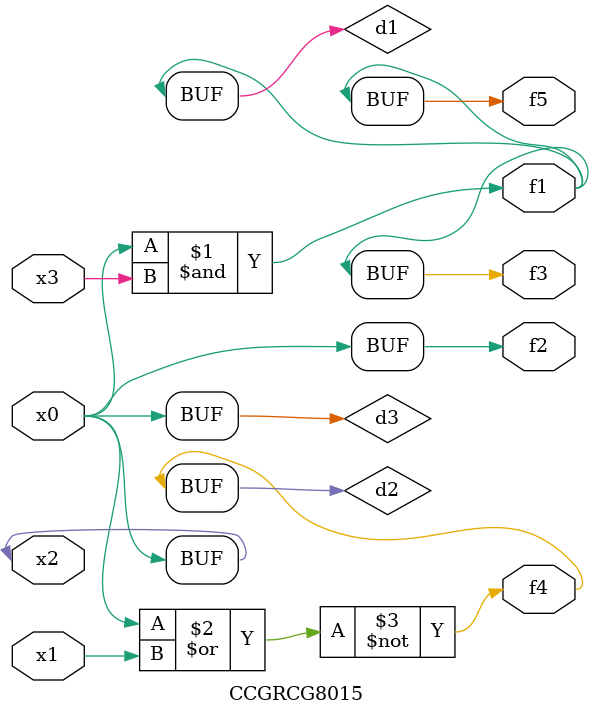
<source format=v>
module CCGRCG8015(
	input x0, x1, x2, x3,
	output f1, f2, f3, f4, f5
);

	wire d1, d2, d3;

	and (d1, x2, x3);
	nor (d2, x0, x1);
	buf (d3, x0, x2);
	assign f1 = d1;
	assign f2 = d3;
	assign f3 = d1;
	assign f4 = d2;
	assign f5 = d1;
endmodule

</source>
